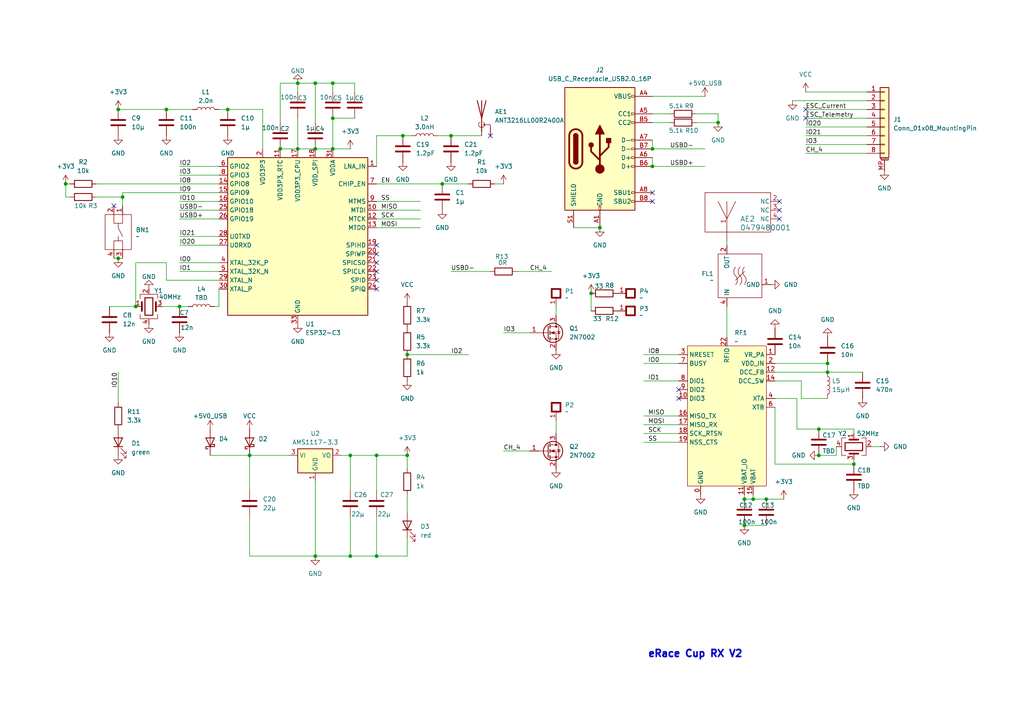
<source format=kicad_sch>
(kicad_sch (version 20231120) (generator "eeschema") (generator_version "8.0")
  (paper "A4")
  (lib_symbols
    (symbol "Connector:USB_C_Receptacle_USB2.0_16P" (pin_names (offset 1.016))
      (property "Reference" "J" (at 0 22.225 0))
      (property "Value" "USB_C_Receptacle_USB2.0_16P" (at 0 19.685 0))
      (symbol "USB_C_Receptacle_USB2.0_16P_1_1"
        (pin passive line (at 0 -22.86 90) (length 5.08) (name "GND") (number "A1"))
        (pin passive line (at 0 -22.86 90) (length 5.08) hide (name "GND") (number "A12"))
        (pin passive line (at 15.24 15.24 180) (length 5.08) (name "VBUS") (number "A4"))
        (pin bidirectional line (at 15.24 10.16 180) (length 5.08) (name "CC1") (number "A5"))
        (pin bidirectional line (at 15.24 -2.54 180) (length 5.08) (name "D+") (number "A6"))
        (pin bidirectional line (at 15.24 2.54 180) (length 5.08) (name "D-") (number "A7"))
        (pin bidirectional line (at 15.24 -12.7 180) (length 5.08) (name "SBU1") (number "A8"))
        (pin passive line (at 15.24 15.24 180) (length 5.08) hide (name "VBUS") (number "A9"))
        (pin passive line (at 0 -22.86 90) (length 5.08) hide (name "GND") (number "B1"))
        (pin passive line (at 0 -22.86 90) (length 5.08) hide (name "GND") (number "B12"))
        (pin passive line (at 15.24 15.24 180) (length 5.08) hide (name "VBUS") (number "B4"))
        (pin bidirectional line (at 15.24 7.62 180) (length 5.08) (name "CC2") (number "B5"))
        (pin bidirectional line (at 15.24 -5.08 180) (length 5.08) (name "D+") (number "B6"))
        (pin bidirectional line (at 15.24 0 180) (length 5.08) (name "D-") (number "B7"))
        (pin bidirectional line (at 15.24 -15.24 180) (length 5.08) (name "SBU2") (number "B8"))
        (pin passive line (at 15.24 15.24 180) (length 5.08) hide (name "VBUS") (number "B9"))
        (pin passive line (at -7.62 -22.86 90) (length 5.08) (name "SHIELD") (number "S1"))
      )
    )
    (symbol "Connector_Generic_MountingPin:Conn_01x08_MountingPin" (pin_names (offset 1.016) hide)
      (property "Reference" "J" (at 0 10.16 0))
      (property "Value" "Conn_01x08_MountingPin" (at 1.27 -12.7 0))
      (symbol "Conn_01x08_MountingPin_1_1"
        (text "Mounting" (at 0 -11.811 0) (effects (font (size 0.381 0.381))))
        (pin passive line (at -5.08 7.62 0) (length 3.81) (name "Pin_1") (number "1"))
        (pin passive line (at -5.08 5.08 0) (length 3.81) (name "Pin_2") (number "2"))
        (pin passive line (at -5.08 2.54 0) (length 3.81) (name "Pin_3") (number "3"))
        (pin passive line (at -5.08 0 0) (length 3.81) (name "Pin_4") (number "4"))
        (pin passive line (at -5.08 -2.54 0) (length 3.81) (name "Pin_5") (number "5"))
        (pin passive line (at -5.08 -5.08 0) (length 3.81) (name "Pin_6") (number "6"))
        (pin passive line (at -5.08 -7.62 0) (length 3.81) (name "Pin_7") (number "7"))
        (pin passive line (at -5.08 -10.16 0) (length 3.81) (name "Pin_8") (number "8"))
        (pin passive line (at 0 -15.24 90) (length 3.048) (name "MountPin") (number "MP"))
      )
    )
    (symbol "Device:Antenna_Shield" (pin_numbers hide) (pin_names (offset 1.016) hide)
      (property "Reference" "AE" (at -1.905 4.445 0))
      (property "Value" "Antenna_Shield" (at -1.905 2.54 0))
      (symbol "Antenna_Shield_1_1"
        (pin input line (at 0 -5.08 90) (length 2.54) (name "A") (number "1"))
        (pin input line (at 2.54 -5.08 90) (length 2.54) (name "Shield") (number "2"))
      )
    )
    (symbol "Device:C" (pin_numbers hide) (pin_names (offset 0.254))
      (property "Reference" "C" (at 0.635 2.54 0))
      (property "Value" "C" (at 0.635 -2.54 0))
      (symbol "C_1_1"
        (pin passive line (at 0 3.81 270) (length 2.794) (name "~") (number "1"))
        (pin passive line (at 0 -3.81 90) (length 2.794) (name "~") (number "2"))
      )
    )
    (symbol "Device:Crystal_GND24" (pin_names (offset 1.016) hide)
      (property "Reference" "Y" (at 3.175 5.08 0))
      (property "Value" "Crystal_GND24" (at 3.175 3.175 0))
      (symbol "Crystal_GND24_1_1"
        (pin passive line (at -3.81 0 0) (length 1.27) (name "1") (number "1"))
        (pin passive line (at 0 5.08 270) (length 1.27) (name "2") (number "2"))
        (pin passive line (at 3.81 0 180) (length 1.27) (name "3") (number "3"))
        (pin passive line (at 0 -5.08 90) (length 1.27) (name "4") (number "4"))
      )
    )
    (symbol "Device:D_Schottky" (pin_numbers hide) (pin_names (offset 1.016) hide)
      (property "Reference" "D" (at 0 2.54 0))
      (property "Value" "D_Schottky" (at 0 -2.54 0))
      (symbol "D_Schottky_1_1"
        (pin passive line (at -3.81 0 0) (length 2.54) (name "K") (number "1"))
        (pin passive line (at 3.81 0 180) (length 2.54) (name "A") (number "2"))
      )
    )
    (symbol "Device:L" (pin_numbers hide) (pin_names (offset 1.016) hide)
      (property "Reference" "L" (at -1.27 0 90))
      (property "Value" "L" (at 1.905 0 90))
      (symbol "L_1_1"
        (pin passive line (at 0 3.81 270) (length 1.27) (name "1") (number "1"))
        (pin passive line (at 0 -3.81 90) (length 1.27) (name "2") (number "2"))
      )
    )
    (symbol "Device:LED" (pin_numbers hide) (pin_names (offset 1.016) hide)
      (property "Reference" "D" (at 0 2.54 0))
      (property "Value" "LED" (at 0 -2.54 0))
      (symbol "LED_1_1"
        (pin passive line (at -3.81 0 0) (length 2.54) (name "K") (number "1"))
        (pin passive line (at 3.81 0 180) (length 2.54) (name "A") (number "2"))
      )
    )
    (symbol "Device:R" (pin_numbers hide) (pin_names (offset 0))
      (property "Reference" "R" (at 2.032 0 90))
      (property "Value" "R" (at 0 0 90))
      (symbol "R_1_1"
        (pin passive line (at 0 3.81 270) (length 1.27) (name "~") (number "1"))
        (pin passive line (at 0 -3.81 90) (length 1.27) (name "~") (number "2"))
      )
    )
    (symbol "MCU_Espressif:ESP32-C3"
      (property "Reference" "U1" (at 2.1941 -25.4 0))
      (property "Value" "ESP32-C3" (at 2.1941 -27.94 0))
      (symbol "ESP32-C3_1_1"
        (pin bidirectional line (at 22.86 20.32 180) (length 2.54) (name "LNA_IN") (number "1"))
        (pin bidirectional line (at 22.86 7.62 180) (length 2.54) (name "MTDI") (number "10"))
        (pin power_in line (at -5.08 25.4 270) (length 2.54) (name "VDD3P3_RTC") (number "11"))
        (pin bidirectional line (at 22.86 5.08 180) (length 2.54) (name "MTCK") (number "12"))
        (pin bidirectional line (at 22.86 2.54 180) (length 2.54) (name "MTDO") (number "13"))
        (pin bidirectional line (at -22.86 15.24 0) (length 2.54) (name "GPIO8") (number "14"))
        (pin bidirectional line (at -22.86 12.7 0) (length 2.54) (name "GPIO9") (number "15"))
        (pin bidirectional line (at -22.86 10.16 0) (length 2.54) (name "GPIO10") (number "16"))
        (pin power_in line (at 0 25.4 270) (length 2.54) (name "VDD3P3_CPU") (number "17"))
        (pin power_out line (at 5.08 25.4 270) (length 2.54) (name "VDD_SPI") (number "18"))
        (pin bidirectional line (at 22.86 -2.54 180) (length 2.54) (name "SPIHD") (number "19"))
        (pin power_in line (at -10.16 25.4 270) (length 2.54) (name "VDD3P3") (number "2"))
        (pin bidirectional line (at 22.86 -5.08 180) (length 2.54) (name "SPIWP") (number "20"))
        (pin bidirectional line (at 22.86 -7.62 180) (length 2.54) (name "SPICS0") (number "21"))
        (pin bidirectional line (at 22.86 -10.16 180) (length 2.54) (name "SPICLK") (number "22"))
        (pin bidirectional line (at 22.86 -12.7 180) (length 2.54) (name "SPID") (number "23"))
        (pin bidirectional line (at 22.86 -15.24 180) (length 2.54) (name "SPIQ") (number "24"))
        (pin bidirectional line (at -22.86 7.62 0) (length 2.54) (name "GPIO18") (number "25"))
        (pin bidirectional line (at -22.86 5.08 0) (length 2.54) (name "GPIO19") (number "26"))
        (pin bidirectional line (at -22.86 -2.54 0) (length 2.54) (name "U0RXD") (number "27"))
        (pin bidirectional line (at -22.86 0 0) (length 2.54) (name "U0TXD") (number "28"))
        (pin bidirectional line (at -22.86 -12.7 0) (length 2.54) (name "XTAL_N") (number "29"))
        (pin power_in line (at -10.16 25.4 270) (length 2.54) hide (name "VDD3P3") (number "3"))
        (pin bidirectional line (at -22.86 -15.24 0) (length 2.54) (name "XTAL_P") (number "30"))
        (pin power_in line (at 10.16 25.4 270) (length 2.54) (name "VDDA") (number "31"))
        (pin passive line (at 10.16 25.4 270) (length 2.54) hide (name "VDDA") (number "32"))
        (pin power_in line (at 0 -25.4 90) (length 2.54) (name "GND") (number "33"))
        (pin bidirectional line (at -22.86 -7.62 0) (length 2.54) (name "XTAL_32K_P") (number "4"))
        (pin bidirectional line (at -22.86 -10.16 0) (length 2.54) (name "XTAL_32K_N") (number "5"))
        (pin bidirectional line (at -22.86 20.32 0) (length 2.54) (name "GPIO2") (number "6"))
        (pin bidirectional line (at 22.86 15.24 180) (length 2.54) (name "CHIP_EN") (number "7"))
        (pin bidirectional line (at -22.86 17.78 0) (length 2.54) (name "GPIO3") (number "8"))
        (pin bidirectional line (at 22.86 10.16 180) (length 2.54) (name "MTMS") (number "9"))
      )
    )
    (symbol "Regulator_Linear:AMS1117-3.3"
      (property "Reference" "U" (at -3.81 3.175 0))
      (property "Value" "AMS1117-3.3" (at 0 3.175 0))
      (symbol "AMS1117-3.3_1_1"
        (pin power_in line (at 0 -7.62 90) (length 2.54) (name "GND") (number "1"))
        (pin power_out line (at 7.62 0 180) (length 2.54) (name "VO") (number "2"))
        (pin power_in line (at -7.62 0 0) (length 2.54) (name "VI") (number "3"))
      )
    )
    (symbol "Transistor_FET:2N7002" (pin_names hide)
      (property "Reference" "Q" (at 5.08 1.905 0))
      (property "Value" "2N7002" (at 5.08 0 0))
      (symbol "2N7002_1_1"
        (pin input line (at -5.08 0 0) (length 2.54) (name "G") (number "1"))
        (pin passive line (at 2.54 -5.08 90) (length 2.54) (name "S") (number "2"))
        (pin passive line (at 2.54 5.08 270) (length 2.54) (name "D") (number "3"))
      )
    )
    (symbol "components:0479480001" (pin_names (offset 0.254))
      (property "Reference" "AE" (at -4.572 12.7 0))
      (property "Value" "0479480001" (at 8.382 12.954 0))
      (symbol "0479480001_1_1"
        (pin unspecified line (at 0 -2.54 90) (length 11.43) (name "") (number "1"))
        (pin passive line (at 15.24 8.89 180) (length 2.54) (name "NC") (number "2"))
        (pin passive line (at 15.24 6.35 180) (length 2.54) (name "NC") (number "3"))
        (pin passive line (at 15.24 3.81 180) (length 2.54) (name "NC") (number "4"))
      )
    )
    (symbol "components:Button"
      (property "Reference" "BN" (at -4.064 4.826 0))
      (symbol "Button_1_1"
        (pin passive line (at -7.62 1.27 0) (length 2.54) (name "") (number "1"))
        (pin passive line (at -7.62 -1.27 0) (length 2.54) (name "") (number "2"))
        (pin passive line (at 7.62 1.27 180) (length 2.54) (name "") (number "3"))
        (pin passive line (at 7.62 -1.27 180) (length 2.54) (name "") (number "4"))
      )
    )
    (symbol "components:RF_Filter"
      (property "Reference" "FL" (at -4.826 7.62 0))
      (symbol "RF_Filter_1_1"
        (pin power_in line (at -2.54 -8.89 90) (length 2.54) (name "GND") (number "1"))
        (pin bidirectional line (at 8.89 3.81 180) (length 2.54) (name "OUT") (number "2"))
        (pin power_in line (at -2.54 -8.89 90) (length 2.54) hide (name "GND") (number "3"))
        (pin bidirectional line (at -8.89 3.81 0) (length 2.54) (name "IN") (number "4"))
      )
    )
    (symbol "components:SX1280"
      (property "Reference" "RF" (at 0 0 0))
      (symbol "SX1280_1_1"
        (pin power_in line (at -7.62 -22.86 90) (length 2.54) (name "GND") (number "0"))
        (pin power_in line (at 13.97 17.78 180) (length 2.54) (name "VR_PA") (number "1"))
        (pin bidirectional line (at -13.97 5.08 0) (length 2.54) (name "DIO3") (number "10"))
        (pin power_in line (at 5.08 -22.86 90) (length 2.54) (name "VBAT_IO") (number "11"))
        (pin power_out line (at 13.97 12.7 180) (length 2.54) (name "DCC_FB") (number "12"))
        (pin power_in line (at -7.62 -22.86 90) (length 2.54) hide (name "GND") (number "13"))
        (pin power_out line (at 13.97 10.16 180) (length 2.54) (name "DCC_SW") (number "14"))
        (pin power_in line (at 7.62 -22.86 90) (length 2.54) (name "VBAT") (number "15"))
        (pin tri_state line (at -13.97 0 0) (length 2.54) (name "MISO_TX") (number "16"))
        (pin input line (at -13.97 -2.54 0) (length 2.54) (name "MISO_RX") (number "17"))
        (pin input line (at -13.97 -5.08 0) (length 2.54) (name "SCK_RTSN") (number "18"))
        (pin input line (at -13.97 -7.62 0) (length 2.54) (name "NSS_CTS") (number "19"))
        (pin power_in line (at 13.97 15.24 180) (length 2.54) (name "VDD_IN") (number "2"))
        (pin power_in line (at -7.62 -22.86 90) (length 2.54) hide (name "GND") (number "20"))
        (pin power_in line (at -7.62 -22.86 90) (length 2.54) hide (name "GND") (number "21"))
        (pin bidirectional line (at 0 22.86 270) (length 2.54) (name "RFIO") (number "22"))
        (pin power_in line (at -7.62 -22.86 90) (length 2.54) hide (name "GND") (number "23"))
        (pin power_in line (at -7.62 -22.86 90) (length 2.54) hide (name "GND") (number "24"))
        (pin input line (at -13.97 17.78 0) (length 2.54) (name "NRESET") (number "3"))
        (pin input line (at 13.97 5.08 180) (length 2.54) (name "XTA") (number "4"))
        (pin power_in line (at -7.62 -22.86 90) (length 2.54) hide (name "GND") (number "5"))
        (pin output line (at 13.97 2.54 180) (length 2.54) (name "XTB") (number "6"))
        (pin output line (at -13.97 15.24 0) (length 2.54) (name "BUSY") (number "7"))
        (pin bidirectional line (at -13.97 10.16 0) (length 2.54) (name "DIO1") (number "8"))
        (pin bidirectional line (at -13.97 7.62 0) (length 2.54) (name "DIO2") (number "9"))
      )
    )
    (symbol "components:Solder_Pad"
      (property "Reference" "P" (at 1.778 2.54 0))
      (symbol "Solder_Pad_1_1"
        (pin unspecified line (at -2.54 0 0) (length 2.54) (name "") (number "1"))
      )
    )
    (symbol "power:+1V0" (power) (pin_numbers hide) (pin_names (offset 0) hide)
      (property "Value" "+1V0" (at 0 3.556 0))
      (symbol "+1V0_1_1"
        (pin power_in line (at 0 0 90) (length 0) (name "~") (number "1"))
      )
    )
    (symbol "power:+3V3" (power) (pin_numbers hide) (pin_names (offset 0) hide)
      (property "Value" "+3V3" (at 0 3.556 0))
      (symbol "+3V3_1_1"
        (pin power_in line (at 0 0 90) (length 0) (name "~") (number "1"))
      )
    )
    (symbol "power:GND" (power) (pin_numbers hide) (pin_names (offset 0) hide)
      (property "Value" "GND" (at 0 -3.81 0))
      (symbol "GND_1_1"
        (pin power_in line (at 0 0 270) (length 0) (name "~") (number "1"))
      )
    )
    (symbol "power:VCC" (power) (pin_numbers hide) (pin_names (offset 0) hide)
      (property "Value" "VCC" (at 0 3.556 0))
      (symbol "VCC_1_1"
        (pin power_in line (at 0 0 90) (length 0) (name "~") (number "1"))
      )
    )
  )
  (junction (at 218.44 144.78))
  (junction (at 66.04 31.75))
  (junction (at 52.07 88.9))
  (junction (at 35.56 57.15))
  (junction (at 215.9 152.4))
  (junction (at 109.22 132.08))
  (junction (at 118.11 102.87))
  (junction (at 118.11 132.08))
  (junction (at 39.37 88.9))
  (junction (at 81.28 43.18))
  (junction (at 48.26 31.75))
  (junction (at 91.44 161.29))
  (junction (at 91.44 24.13))
  (junction (at 208.28 35.56))
  (junction (at 173.99 66.04))
  (junction (at 128.27 53.34))
  (junction (at 96.52 34.29))
  (junction (at 109.22 161.29))
  (junction (at 101.6 161.29))
  (junction (at 91.44 43.18))
  (junction (at 96.52 24.13))
  (junction (at 19.05 53.34))
  (junction (at 247.65 134.62))
  (junction (at 171.45 85.09))
  (junction (at 34.29 31.75))
  (junction (at 215.9 144.78))
  (junction (at 240.03 105.41))
  (junction (at 72.39 132.08))
  (junction (at 101.6 132.08))
  (junction (at 189.23 48.26))
  (junction (at 130.81 39.37))
  (junction (at 96.52 43.18))
  (junction (at 237.49 132.08))
  (junction (at 237.49 124.46))
  (junction (at 86.36 43.18))
  (junction (at 34.29 74.93))
  (junction (at 86.36 24.13))
  (junction (at 222.25 144.78))
  (junction (at 189.23 43.18))
  (junction (at 240.03 107.95))
  (junction (at 116.84 39.37))
  (no_connect (at 226.06 63.5))
  (no_connect (at 109.22 76.2))
  (no_connect (at 109.22 78.74))
  (no_connect (at 189.23 58.42))
  (no_connect (at 142.24 39.37))
  (no_connect (at 233.68 34.29))
  (no_connect (at 33.02 59.69))
  (no_connect (at 109.22 83.82))
  (no_connect (at 196.85 113.03))
  (no_connect (at 109.22 71.12))
  (no_connect (at 233.68 31.75))
  (no_connect (at 226.06 58.42))
  (no_connect (at 226.06 60.96))
  (no_connect (at 189.23 55.88))
  (no_connect (at 109.22 73.66))
  (no_connect (at 196.85 115.57))
  (no_connect (at 109.22 81.28))
  (wire (pts (xy 96.52 43.18) (xy 101.6 43.18)))
  (wire (pts (xy 118.11 143.51) (xy 118.11 148.59)))
  (wire (pts (xy 109.22 161.29) (xy 118.11 161.29)))
  (wire (pts (xy 39.37 76.2) (xy 48.26 76.2)))
  (wire (pts (xy 189.23 45.72) (xy 189.23 48.26)))
  (wire (pts (xy 52.07 76.2) (xy 63.5 76.2)))
  (wire (pts (xy 189.23 35.56) (xy 194.31 35.56)))
  (wire (pts (xy 171.45 85.09) (xy 171.45 90.17)))
  (wire (pts (xy 189.23 40.64) (xy 189.23 43.18)))
  (wire (pts (xy 52.07 58.42) (xy 63.5 58.42)))
  (wire (pts (xy 215.9 152.4) (xy 222.25 152.4)))
  (wire (pts (xy 101.6 132.08) (xy 109.22 132.08)))
  (wire (pts (xy 63.5 88.9) (xy 63.5 83.82)))
  (wire (pts (xy 233.68 26.67) (xy 251.46 26.67)))
  (wire (pts (xy 52.07 63.5) (xy 63.5 63.5)))
  (wire (pts (xy 101.6 132.08) (xy 101.6 142.24)))
  (wire (pts (xy 231.14 115.57) (xy 224.79 115.57)))
  (wire (pts (xy 242.57 132.08) (xy 237.49 132.08)))
  (wire (pts (xy 91.44 139.7) (xy 91.44 161.29)))
  (wire (pts (xy 19.05 53.34) (xy 20.32 53.34)))
  (wire (pts (xy 215.9 144.78) (xy 218.44 144.78)))
  (wire (pts (xy 48.26 81.28) (xy 63.5 81.28)))
  (wire (pts (xy 242.57 129.54) (xy 242.57 132.08)))
  (wire (pts (xy 86.36 24.13) (xy 86.36 26.67)))
  (wire (pts (xy 210.82 88.9) (xy 210.82 97.79)))
  (wire (pts (xy 201.93 33.02) (xy 208.28 33.02)))
  (wire (pts (xy 240.03 105.41) (xy 240.03 107.95)))
  (wire (pts (xy 102.87 24.13) (xy 102.87 26.67)))
  (wire (pts (xy 201.93 35.56) (xy 208.28 35.56)))
  (wire (pts (xy 96.52 34.29) (xy 96.52 43.18)))
  (wire (pts (xy 109.22 132.08) (xy 118.11 132.08)))
  (wire (pts (xy 233.68 44.45) (xy 251.46 44.45)))
  (wire (pts (xy 186.69 102.87) (xy 196.85 102.87)))
  (wire (pts (xy 86.36 24.13) (xy 91.44 24.13)))
  (wire (pts (xy 72.39 132.08) (xy 72.39 142.24)))
  (wire (pts (xy 52.07 60.96) (xy 63.5 60.96)))
  (wire (pts (xy 96.52 34.29) (xy 102.87 34.29)))
  (wire (pts (xy 130.81 78.74) (xy 142.24 78.74)))
  (wire (pts (xy 128.27 53.34) (xy 135.89 53.34)))
  (wire (pts (xy 34.29 107.95) (xy 34.29 116.84)))
  (wire (pts (xy 161.29 121.92) (xy 161.29 125.73)))
  (wire (pts (xy 146.05 130.81) (xy 153.67 130.81)))
  (wire (pts (xy 224.79 107.95) (xy 240.03 107.95)))
  (wire (pts (xy 118.11 132.08) (xy 118.11 135.89)))
  (wire (pts (xy 233.68 39.37) (xy 251.46 39.37)))
  (wire (pts (xy 81.28 43.18) (xy 86.36 43.18)))
  (wire (pts (xy 52.07 50.8) (xy 63.5 50.8)))
  (wire (pts (xy 186.69 110.49) (xy 196.85 110.49)))
  (wire (pts (xy 52.07 88.9) (xy 54.61 88.9)))
  (wire (pts (xy 81.28 24.13) (xy 81.28 35.56)))
  (wire (pts (xy 109.22 60.96) (xy 121.92 60.96)))
  (wire (pts (xy 109.22 149.86) (xy 109.22 161.29)))
  (wire (pts (xy 130.81 39.37) (xy 139.7 39.37)))
  (wire (pts (xy 237.49 124.46) (xy 231.14 124.46)))
  (wire (pts (xy 109.22 39.37) (xy 116.84 39.37)))
  (wire (pts (xy 91.44 43.18) (xy 96.52 43.18)))
  (wire (pts (xy 52.07 78.74) (xy 63.5 78.74)))
  (wire (pts (xy 247.65 124.46) (xy 237.49 124.46)))
  (wire (pts (xy 189.23 27.94) (xy 204.47 27.94)))
  (wire (pts (xy 149.86 78.74) (xy 160.02 78.74)))
  (wire (pts (xy 33.02 74.93) (xy 34.29 74.93)))
  (wire (pts (xy 231.14 124.46) (xy 231.14 115.57)))
  (wire (pts (xy 109.22 48.26) (xy 109.22 39.37)))
  (wire (pts (xy 96.52 24.13) (xy 102.87 24.13)))
  (wire (pts (xy 72.39 161.29) (xy 91.44 161.29)))
  (wire (pts (xy 48.26 76.2) (xy 48.26 81.28)))
  (wire (pts (xy 72.39 149.86) (xy 72.39 161.29)))
  (wire (pts (xy 224.79 118.11) (xy 224.79 134.62)))
  (wire (pts (xy 224.79 110.49) (xy 232.41 110.49)))
  (wire (pts (xy 52.07 68.58) (xy 63.5 68.58)))
  (wire (pts (xy 186.69 123.19) (xy 196.85 123.19)))
  (wire (pts (xy 34.29 31.75) (xy 48.26 31.75)))
  (wire (pts (xy 232.41 110.49) (xy 232.41 115.57)))
  (wire (pts (xy 39.37 88.9) (xy 39.37 76.2)))
  (wire (pts (xy 146.05 96.52) (xy 153.67 96.52)))
  (wire (pts (xy 91.44 24.13) (xy 91.44 35.56)))
  (wire (pts (xy 233.68 31.75) (xy 251.46 31.75)))
  (wire (pts (xy 20.32 57.15) (xy 19.05 57.15)))
  (wire (pts (xy 60.96 132.08) (xy 72.39 132.08)))
  (wire (pts (xy 27.94 53.34) (xy 63.5 53.34)))
  (wire (pts (xy 35.56 57.15) (xy 35.56 59.69)))
  (wire (pts (xy 208.28 33.02) (xy 208.28 35.56)))
  (wire (pts (xy 189.23 48.26) (xy 204.47 48.26)))
  (wire (pts (xy 35.56 55.88) (xy 35.56 57.15)))
  (wire (pts (xy 240.03 107.95) (xy 250.19 107.95)))
  (wire (pts (xy 224.79 134.62) (xy 247.65 134.62)))
  (wire (pts (xy 232.41 115.57) (xy 240.03 115.57)))
  (wire (pts (xy 118.11 156.21) (xy 118.11 161.29)))
  (wire (pts (xy 109.22 66.04) (xy 121.92 66.04)))
  (wire (pts (xy 118.11 102.87) (xy 135.89 102.87)))
  (wire (pts (xy 96.52 24.13) (xy 96.52 26.67)))
  (wire (pts (xy 227.33 144.78) (xy 222.25 144.78)))
  (wire (pts (xy 218.44 143.51) (xy 218.44 144.78)))
  (wire (pts (xy 189.23 43.18) (xy 204.47 43.18)))
  (wire (pts (xy 186.69 125.73) (xy 196.85 125.73)))
  (wire (pts (xy 62.23 88.9) (xy 63.5 88.9)))
  (wire (pts (xy 35.56 57.15) (xy 27.94 57.15)))
  (wire (pts (xy 81.28 24.13) (xy 86.36 24.13)))
  (wire (pts (xy 127 39.37) (xy 130.81 39.37)))
  (wire (pts (xy 19.05 57.15) (xy 19.05 53.34)))
  (wire (pts (xy 210.82 71.12) (xy 210.82 69.85)))
  (wire (pts (xy 218.44 144.78) (xy 222.25 144.78)))
  (wire (pts (xy 186.69 120.65) (xy 196.85 120.65)))
  (wire (pts (xy 252.73 129.54) (xy 255.27 129.54)))
  (wire (pts (xy 46.99 88.9) (xy 52.07 88.9)))
  (wire (pts (xy 63.5 31.75) (xy 66.04 31.75)))
  (wire (pts (xy 52.07 48.26) (xy 63.5 48.26)))
  (wire (pts (xy 109.22 58.42) (xy 121.92 58.42)))
  (wire (pts (xy 189.23 33.02) (xy 194.31 33.02)))
  (wire (pts (xy 66.04 31.75) (xy 76.2 31.75)))
  (wire (pts (xy 146.05 53.34) (xy 143.51 53.34)))
  (wire (pts (xy 215.9 144.78) (xy 215.9 143.51)))
  (wire (pts (xy 229.87 29.21) (xy 251.46 29.21)))
  (wire (pts (xy 101.6 149.86) (xy 101.6 161.29)))
  (wire (pts (xy 34.29 74.93) (xy 35.56 74.93)))
  (wire (pts (xy 173.99 66.04) (xy 166.37 66.04)))
  (wire (pts (xy 99.06 132.08) (xy 101.6 132.08)))
  (wire (pts (xy 52.07 71.12) (xy 63.5 71.12)))
  (wire (pts (xy 233.68 36.83) (xy 251.46 36.83)))
  (wire (pts (xy 86.36 34.29) (xy 86.36 43.18)))
  (wire (pts (xy 186.69 105.41) (xy 196.85 105.41)))
  (wire (pts (xy 109.22 132.08) (xy 109.22 142.24)))
  (wire (pts (xy 233.68 34.29) (xy 251.46 34.29)))
  (wire (pts (xy 91.44 161.29) (xy 101.6 161.29)))
  (wire (pts (xy 109.22 53.34) (xy 128.27 53.34)))
  (wire (pts (xy 186.69 128.27) (xy 196.85 128.27)))
  (wire (pts (xy 233.68 41.91) (xy 251.46 41.91)))
  (wire (pts (xy 48.26 31.75) (xy 55.88 31.75)))
  (wire (pts (xy 91.44 24.13) (xy 96.52 24.13)))
  (wire (pts (xy 35.56 55.88) (xy 63.5 55.88)))
  (wire (pts (xy 31.75 88.9) (xy 39.37 88.9)))
  (wire (pts (xy 72.39 132.08) (xy 83.82 132.08)))
  (wire (pts (xy 101.6 161.29) (xy 109.22 161.29)))
  (wire (pts (xy 240.03 105.41) (xy 224.79 105.41)))
  (wire (pts (xy 109.22 63.5) (xy 121.92 63.5)))
  (wire (pts (xy 247.65 124.46) (xy 247.65 125.73)))
  (wire (pts (xy 86.36 43.18) (xy 91.44 43.18)))
  (wire (pts (xy 76.2 31.75) (xy 76.2 43.18)))
  (wire (pts (xy 161.29 88.9) (xy 161.29 91.44)))
  (wire (pts (xy 116.84 39.37) (xy 119.38 39.37)))
  (wire (pts (xy 247.65 133.35) (xy 247.65 134.62)))
  (text "eRace Cup RX V2" (at 201.676 189.738 0) (effects (font (size 2.032 2.032) (thickness 0.4572) (bold yes))))
  (label "IO1" (at 52.07 78.74 0))
  (label "IO21" (at 233.68 39.37 0))
  (label "IO0" (at 187.96 105.41 0))
  (label "IO20" (at 52.07 71.12 0))
  (label "USBD+" (at 52.07 63.5 0))
  (label "IO8" (at 187.96 102.87 0))
  (label "IO1" (at 187.96 110.49 0))
  (label "USBD-" (at 194.31 43.18 0))
  (label "CH_4" (at 153.67 78.74 0))
  (label "ESC_Telemetry" (at 233.68 34.29 0))
  (label "MOSI" (at 110.49 66.04 0))
  (label "IO10" (at 52.07 58.42 0))
  (label "IO3" (at 233.68 41.91 0))
  (label "SCK" (at 110.49 63.5 0))
  (label "USBD-" (at 130.81 78.74 0))
  (label "MISO" (at 110.49 60.96 0))
  (label "IO20" (at 233.68 36.83 0))
  (label "ESC_Current" (at 233.68 31.75 0))
  (label "SS" (at 187.96 128.27 0))
  (label "CH_4" (at 146.05 130.81 0))
  (label "SS" (at 110.49 58.42 0))
  (label "IO3" (at 146.05 96.52 0))
  (label "IO2" (at 130.81 102.87 0))
  (label "EN" (at 110.49 53.34 0))
  (label "CH_4" (at 233.68 44.45 0))
  (label "SCK" (at 187.96 125.73 0))
  (label "IO21" (at 52.07 68.58 0))
  (label "USBD-" (at 52.07 60.96 0))
  (label "IO0" (at 52.07 76.2 0))
  (label "MISO" (at 187.96 120.65 0))
  (label "IO9" (at 52.07 55.88 0))
  (label "IO10" (at 34.29 107.95 270))
  (label "USBD+" (at 194.31 48.26 0))
  (label "IO3" (at 52.07 50.8 0))
  (label "MOSI" (at 187.96 123.19 0))
  (label "IO8" (at 52.07 53.34 0))
  (label "IO2" (at 52.07 48.26 0))
  (symbol (lib_id "Device:R") (at 198.12 33.02 270) (unit 1)
    (property "Reference" "R9" (at 199.898 30.734 90))
    (property "Value" "5.1k" (at 196.088 30.734 90))
    (property "Footprint" "Resistor_SMD:R_0402_1005Metric" (effects (hide yes)))
    (property "Description" "Resistor" (effects (hide yes)))
  )
  (symbol (lib_id "power:GND") (at 203.2 143.51 0) (unit 1)
    (property "Reference" "#PWR022" (effects (hide yes)))
    (property "Value" "GND" (at 203.2 148.59 0))
    (property "Description" "Power symbol creates a global label with name \"GND\" , ground" (effects (hide yes)))
  )
  (symbol (lib_id "Device:L") (at 240.03 111.76 0) (unit 1)
    (property "Reference" "L5" (at 241.3 110.4899 0) (effects (justify left)))
    (property "Value" "15µH" (at 241.3 113.0299 0) (effects (justify left)))
    (property "Footprint" "Inductor_SMD:L_0603_1608Metric" (effects (hide yes)))
    (property "Description" "Inductor" (effects (hide yes)))
  )
  (symbol (lib_id "Device:LED") (at 118.11 152.4 90) (unit 1)
    (property "Reference" "D3" (at 121.92 152.7174 90) (effects (justify right)))
    (property "Value" "red" (at 121.92 155.2574 90) (effects (justify right)))
    (property "Footprint" "LED_SMD:LED_0402_1005Metric" (effects (hide yes)))
    (property "Description" "Light emitting diode" (effects (hide yes)))
  )
  (symbol (lib_id "power:GND") (at 255.27 129.54 90) (unit 1)
    (property "Reference" "#PWR027" (effects (hide yes)))
    (property "Value" "GND" (at 259.08 129.5399 90) (effects (justify right)))
    (property "Description" "Power symbol creates a global label with name \"GND\" , ground" (effects (hide yes)))
  )
  (symbol (lib_id "power:GND") (at 237.49 132.08 270) (unit 1)
    (property "Reference" "#PWR028" (effects (hide yes)))
    (property "Value" "GND" (at 233.68 132.0799 90) (effects (justify right)))
    (property "Description" "Power symbol creates a global label with name \"GND\" , ground" (effects (hide yes)))
  )
  (symbol (lib_id "Device:R") (at 139.7 53.34 90) (unit 1)
    (property "Reference" "R1" (at 139.7 46.99 90))
    (property "Value" "10k" (at 139.7 49.53 90))
    (property "Footprint" "Resistor_SMD:R_0402_1005Metric" (effects (hide yes)))
    (property "Description" "Resistor" (effects (hide yes)))
  )
  (symbol (lib_id "power:GND") (at 43.18 83.82 180) (unit 1)
    (property "Reference" "#PWR02" (effects (hide yes)))
    (property "Value" "GND" (at 43.18 80.264 0))
    (property "Description" "Power symbol creates a global label with name \"GND\" , ground" (effects (hide yes)))
  )
  (symbol (lib_id "components:Solder_Pad") (at 161.29 119.38 90) (unit 1)
    (property "Reference" "P2" (at 163.83 117.4749 90) (effects (justify right)))
    (property "Value" "~" (at 163.83 119.38 90) (effects (justify right)))
    (property "Footprint" "components:Solder Pad" (effects (hide yes)))
  )
  (symbol (lib_id "components:Solder_Pad") (at 181.61 85.09 0) (unit 1)
    (property "Reference" "P4" (at 185.42 84.4549 0) (effects (justify left)))
    (property "Value" "~" (at 185.42 86.36 0) (effects (justify left)))
    (property "Footprint" "components:Solder Pad" (effects (hide yes)))
  )
  (symbol (lib_id "Device:C") (at 31.75 92.71 0) (unit 1)
    (property "Reference" "C8" (at 35.56 91.4399 0) (effects (justify left)))
    (property "Value" "12n" (at 35.56 93.9799 0) (effects (justify left)))
    (property "Footprint" "Capacitor_SMD:C_0402_1005Metric" (effects (hide yes)))
    (property "Description" "Unpolarized capacitor" (effects (hide yes)))
  )
  (symbol (lib_id "power:+3V3") (at 227.33 144.78 0) (unit 1)
    (property "Reference" "#PWR035" (effects (hide yes)))
    (property "Value" "+3V3" (at 227.33 139.7 0))
    (property "Description" "Power symbol creates a global label with name \"+3V3\"" (effects (hide yes)))
  )
  (symbol (lib_id "Device:C") (at 48.26 35.56 0) (unit 1)
    (property "Reference" "C11" (at 52.07 34.2899 0) (effects (justify left)))
    (property "Value" "100n" (at 52.07 36.8299 0) (effects (justify left)))
    (property "Footprint" "Capacitor_SMD:C_0402_1005Metric" (effects (hide yes)))
    (property "Description" "Unpolarized capacitor" (effects (hide yes)))
  )
  (symbol (lib_id "power:GND") (at 31.75 96.52 0) (unit 1)
    (property "Reference" "#PWR08" (effects (hide yes)))
    (property "Value" "GND" (at 31.75 101.6 0))
    (property "Description" "Power symbol creates a global label with name \"GND\" , ground" (effects (hide yes)))
  )
  (symbol (lib_id "power:+3V3") (at 19.05 53.34 0) (unit 1)
    (property "Reference" "#PWR016" (effects (hide yes)))
    (property "Value" "+3V3" (at 19.05 48.26 0))
    (property "Description" "Power symbol creates a global label with name \"+3V3\"" (effects (hide yes)))
  )
  (symbol (lib_id "power:GND") (at 247.65 142.24 0) (unit 1)
    (property "Reference" "#PWR029" (effects (hide yes)))
    (property "Value" "GND" (at 247.65 147.32 0))
    (property "Description" "Power symbol creates a global label with name \"GND\" , ground" (effects (hide yes)))
  )
  (symbol (lib_id "Transistor_FET:2N7002") (at 158.75 96.52 0) (unit 1)
    (property "Reference" "Q1" (at 165.1 95.2499 0) (effects (justify left)))
    (property "Value" "2N7002" (at 165.1 97.7899 0) (effects (justify left)))
    (property "Footprint" "Package_TO_SOT_SMD:SOT-23" (effects (hide yes)))
    (property "Datasheet" "https://www.onsemi.com/pub/Collateral/NDS7002A-D.PDF" (effects (hide yes)))
    (property "Description" "0.115A Id, 60V Vds, N-Channel MOSFET, SOT-23" (effects (hide yes)))
  )
  (symbol (lib_id "Device:R") (at 34.29 120.65 0) (unit 1)
    (property "Reference" "R11" (at 36.83 119.3799 0) (effects (justify left)))
    (property "Value" "3.3k" (at 36.83 121.9199 0) (effects (justify left)))
    (property "Footprint" "Resistor_SMD:R_0402_1005Metric" (effects (hide yes)))
    (property "Description" "Resistor" (effects (hide yes)))
  )
  (symbol (lib_id "Device:Crystal_GND24") (at 43.18 88.9 0) (unit 1)
    (property "Reference" "Y1" (at 45.974 84.328 0))
    (property "Value" "40MHz" (at 49.276 86.106 0))
    (property "Footprint" "Crystal:Crystal_SMD_3225-4Pin_3.2x2.5mm" (effects (hide yes)))
    (property "Description" "Four pin crystal, GND on pins 2 and 4" (effects (hide yes)))
  )
  (symbol (lib_id "Device:C") (at 130.81 43.18 0) (unit 1)
    (property "Reference" "C21" (at 134.62 41.9099 0) (effects (justify left)))
    (property "Value" "1.2pF" (at 134.62 44.4499 0) (effects (justify left)))
    (property "Footprint" "Capacitor_SMD:C_0402_1005Metric" (effects (hide yes)))
    (property "Description" "Unpolarized capacitor" (effects (hide yes)))
  )
  (symbol (lib_id "power:GND") (at 52.07 96.52 0) (unit 1)
    (property "Reference" "#PWR09" (effects (hide yes)))
    (property "Value" "GND" (at 52.07 101.6 0))
    (property "Description" "Power symbol creates a global label with name \"GND\" , ground" (effects (hide yes)))
  )
  (symbol (lib_id "components:Solder_Pad") (at 181.61 90.17 0) (unit 1)
    (property "Reference" "P3" (at 185.42 89.5349 0) (effects (justify left)))
    (property "Value" "~" (at 185.42 91.44 0) (effects (justify left)))
    (property "Footprint" "components:Solder Pad" (effects (hide yes)))
  )
  (symbol (lib_id "power:+1V0") (at 60.96 124.46 0) (unit 1)
    (property "Reference" "#PWR033" (effects (hide yes)))
    (property "Value" "+5V0_USB" (at 60.96 120.65 0))
    (property "Description" "Power symbol creates a global label with name \"+1V0\"" (effects (hide yes)))
  )
  (symbol (lib_id "Device:C") (at 102.87 30.48 0) (unit 1)
    (property "Reference" "C6" (at 102.87 28.448 0) (effects (justify left)))
    (property "Value" "1µ" (at 100.076 28.194 0) (effects (justify left)))
    (property "Footprint" "Capacitor_SMD:C_0402_1005Metric" (effects (hide yes)))
    (property "Description" "Unpolarized capacitor" (effects (hide yes)))
  )
  (symbol (lib_id "power:GND") (at 161.29 135.89 0) (unit 1)
    (property "Reference" "#PWR039" (effects (hide yes)))
    (property "Value" "GND" (at 161.29 140.97 0))
    (property "Description" "Power symbol creates a global label with name \"GND\" , ground" (effects (hide yes)))
  )
  (symbol (lib_id "power:GND") (at 118.11 110.49 0) (unit 1)
    (property "Reference" "#PWR037" (effects (hide yes)))
    (property "Value" "GND" (at 118.11 115.57 0))
    (property "Description" "Power symbol creates a global label with name \"GND\" , ground" (effects (hide yes)))
  )
  (symbol (lib_id "Device:C") (at 222.25 148.59 0) (unit 1)
    (property "Reference" "C13" (at 220.726 146.558 0) (effects (justify left)))
    (property "Value" "100n" (at 220.472 151.384 0) (effects (justify left)))
    (property "Footprint" "Capacitor_SMD:C_0402_1005Metric" (effects (hide yes)))
    (property "Description" "Unpolarized capacitor" (effects (hide yes)))
  )
  (symbol (lib_id "Regulator_Linear:AMS1117-3.3") (at 91.44 132.08 0) (unit 1)
    (property "Reference" "U2" (at 91.44 125.73 0))
    (property "Value" "AMS1117-3.3" (at 91.44 128.27 0))
    (property "Footprint" "Package_TO_SOT_SMD:SOT-223-3_TabPin2" (effects (hide yes)))
    (property "Datasheet" "http://www.advanced-monolithic.com/pdf/ds1117.pdf" (effects (hide yes)))
    (property "Description" "1A Low Dropout regulator, positive, 3.3V fixed output, SOT-223" (effects (hide yes)))
  )
  (symbol (lib_id "power:GND") (at 224.79 95.25 180) (unit 1)
    (property "Reference" "#PWR024" (effects (hide yes)))
    (property "Value" "GND" (at 224.79 90.17 0))
    (property "Description" "Power symbol creates a global label with name \"GND\" , ground" (effects (hide yes)))
  )
  (symbol (lib_id "components:SX1280") (at 210.82 120.65 0) (unit 1)
    (property "Reference" "RF1" (at 213.0141 96.52 0) (effects (justify left)))
    (property "Value" "~" (at 213.0141 99.06 0) (effects (justify left)))
    (property "Footprint" "components:SX128x" (effects (hide yes)))
  )
  (symbol (lib_id "power:GND") (at 43.18 93.98 0) (unit 1)
    (property "Reference" "#PWR01" (effects (hide yes)))
    (property "Value" "GND" (at 43.18 99.06 0))
    (property "Description" "Power symbol creates a global label with name \"GND\" , ground" (effects (hide yes)))
  )
  (symbol (lib_id "power:GND") (at 116.84 46.99 0) (unit 1)
    (property "Reference" "#PWR042" (effects (hide yes)))
    (property "Value" "GND" (at 116.84 52.07 0))
    (property "Description" "Power symbol creates a global label with name \"GND\" , ground" (effects (hide yes)))
  )
  (symbol (lib_id "power:GND") (at 91.44 161.29 0) (unit 1)
    (property "Reference" "#PWR032" (effects (hide yes)))
    (property "Value" "GND" (at 91.44 166.37 0))
    (property "Description" "Power symbol creates a global label with name \"GND\" , ground" (effects (hide yes)))
  )
  (symbol (lib_id "Device:C") (at 34.29 35.56 0) (unit 1)
    (property "Reference" "C9" (at 38.1 34.2899 0) (effects (justify left)))
    (property "Value" "10µ" (at 38.1 36.8299 0) (effects (justify left)))
    (property "Footprint" "Capacitor_SMD:C_0603_1608Metric" (effects (hide yes)))
    (property "Description" "Unpolarized capacitor" (effects (hide yes)))
  )
  (symbol (lib_id "power:GND") (at 48.26 39.37 0) (unit 1)
    (property "Reference" "#PWR014" (effects (hide yes)))
    (property "Value" "GND" (at 48.26 44.45 0))
    (property "Description" "Power symbol creates a global label with name \"GND\" , ground" (effects (hide yes)))
  )
  (symbol (lib_id "Device:C") (at 109.22 146.05 0) (unit 1)
    (property "Reference" "C27" (at 110.236 143.51 0) (effects (justify left)))
    (property "Value" "22µ" (at 109.474 149.098 0) (effects (justify left)))
    (property "Footprint" "Capacitor_SMD:C_0805_2012Metric" (effects (hide yes)))
    (property "Description" "Unpolarized capacitor" (effects (hide yes)))
  )
  (symbol (lib_id "power:GND") (at 215.9 152.4 0) (unit 1)
    (property "Reference" "#PWR023" (effects (hide yes)))
    (property "Value" "GND" (at 215.9 157.48 0))
    (property "Description" "Power symbol creates a global label with name \"GND\" , ground" (effects (hide yes)))
  )
  (symbol (lib_id "Connector_Generic_MountingPin:Conn_01x08_MountingPin") (at 256.54 34.29 0) (unit 1)
    (property "Reference" "J1" (at 259.08 34.6455 0) (effects (justify left)))
    (property "Value" "Conn_01x08_MountingPin" (at 259.08 37.1855 0) (effects (justify left)))
    (property "Footprint" "Connector_JST:JST_SH_SM08B-SRSS-TB_1x08-1MP_P1.00mm_Horizontal" (effects (hide yes)))
    (property "Description" "Generic connectable mounting pin connector, single row, 01x08, script generated (kicad-library-utils/schlib/autogen/connector/)" (effects (hide yes)))
  )
  (symbol (lib_id "power:+1V0") (at 204.47 27.94 0) (unit 1)
    (property "Reference" "#PWR020" (effects (hide yes)))
    (property "Value" "+5V0_USB" (at 204.47 24.13 0))
    (property "Description" "Power symbol creates a global label with name \"+1V0\"" (effects (hide yes)))
  )
  (symbol (lib_id "power:+3V3") (at 146.05 53.34 0) (unit 1)
    (property "Reference" "#PWR05" (effects (hide yes)))
    (property "Value" "+3V3" (at 146.05 48.26 0))
    (property "Description" "Power symbol creates a global label with name \"+3V3\"" (effects (hide yes)))
  )
  (symbol (lib_id "MCU_Espressif:ESP32-C3") (at 86.36 68.58 0) (unit 1)
    (property "Reference" "U1" (at 88.5541 93.98 0) (effects (justify left)))
    (property "Value" "ESP32-C3" (at 88.5541 96.52 0) (effects (justify left)))
    (property "Footprint" "Package_DFN_QFN:QFN-32-1EP_5x5mm_P0.5mm_EP3.7x3.7mm" (effects (hide yes)))
    (property "Datasheet" "https://www.espressif.com/sites/default/files/documentation/esp32-c3_datasheet_en.pdf" (effects (hide yes)))
    (property "Description" "RF Module, ESP32 SoC, RISC-V, WiFi 802.11b/n/g, Bluetooth LE 5, QFN32" (effects (hide yes)))
  )
  (symbol (lib_id "Device:C") (at 72.39 146.05 0) (unit 1)
    (property "Reference" "C20" (at 76.2 144.7799 0) (effects (justify left)))
    (property "Value" "22µ" (at 76.2 147.3199 0) (effects (justify left)))
    (property "Footprint" "Capacitor_SMD:C_0805_2012Metric" (effects (hide yes)))
    (property "Description" "Unpolarized capacitor" (effects (hide yes)))
  )
  (symbol (lib_id "Device:R") (at 118.11 139.7 0) (unit 1)
    (property "Reference" "R4" (at 120.65 138.4299 0) (effects (justify left)))
    (property "Value" "1k" (at 120.65 140.9699 0) (effects (justify left)))
    (property "Footprint" "Resistor_SMD:R_0402_1005Metric" (effects (hide yes)))
    (property "Description" "Resistor" (effects (hide yes)))
  )
  (symbol (lib_id "Device:Crystal_GND24") (at 247.65 129.54 270) (unit 1)
    (property "Reference" "Y2" (at 244.348 125.73 90))
    (property "Value" "52MHz" (at 251.714 125.73 90))
    (property "Footprint" "Crystal:Crystal_SMD_3225-4Pin_3.2x2.5mm" (effects (hide yes)))
    (property "Description" "Four pin crystal, GND on pins 2 and 4" (effects (hide yes)))
  )
  (symbol (lib_id "Device:C") (at 81.28 39.37 0) (unit 1)
    (property "Reference" "C2" (at 81.28 37.338 0) (effects (justify left)))
    (property "Value" "100n" (at 75.946 37.084 0) (effects (justify left)))
    (property "Footprint" "Capacitor_SMD:C_0402_1005Metric" (effects (hide yes)))
    (property "Description" "Unpolarized capacitor" (effects (hide yes)))
  )
  (symbol (lib_id "power:GND") (at 86.36 24.13 180) (unit 1)
    (property "Reference" "#PWR07" (effects (hide yes)))
    (property "Value" "GND" (at 86.36 20.574 0))
    (property "Description" "Power symbol creates a global label with name \"GND\" , ground" (effects (hide yes)))
  )
  (symbol (lib_id "Device:L") (at 58.42 88.9 90) (unit 1)
    (property "Reference" "L4" (at 58.42 83.82 90))
    (property "Value" "TBD" (at 58.42 86.36 90))
    (property "Footprint" "Inductor_SMD:L_0402_1005Metric" (effects (hide yes)))
    (property "Description" "Inductor" (effects (hide yes)))
  )
  (symbol (lib_id "Device:R") (at 198.12 35.56 270) (unit 1)
    (property "Reference" "R10" (at 200.66 37.846 90))
    (property "Value" "5.1k" (at 196.088 37.846 90))
    (property "Footprint" "Resistor_SMD:R_0402_1005Metric" (effects (hide yes)))
    (property "Description" "Resistor" (effects (hide yes)))
  )
  (symbol (lib_id "Transistor_FET:2N7002") (at 158.75 130.81 0) (unit 1)
    (property "Reference" "Q2" (at 165.1 129.5399 0) (effects (justify left)))
    (property "Value" "2N7002" (at 165.1 132.0799 0) (effects (justify left)))
    (property "Footprint" "Package_TO_SOT_SMD:SOT-23" (effects (hide yes)))
    (property "Datasheet" "https://www.onsemi.com/pub/Collateral/NDS7002A-D.PDF" (effects (hide yes)))
    (property "Description" "0.115A Id, 60V Vds, N-Channel MOSFET, SOT-23" (effects (hide yes)))
  )
  (symbol (lib_id "Device:C") (at 91.44 39.37 0) (unit 1)
    (property "Reference" "C4" (at 91.44 37.338 0) (effects (justify left)))
    (property "Value" "1µ" (at 88.646 37.084 0) (effects (justify left)))
    (property "Footprint" "Capacitor_SMD:C_0402_1005Metric" (effects (hide yes)))
    (property "Description" "Unpolarized capacitor" (effects (hide yes)))
  )
  (symbol (lib_id "components:RF_Filter") (at 214.63 80.01 90) (unit 1)
    (property "Reference" "FL1" (at 207.01 79.3749 90) (effects (justify left)))
    (property "Value" "~" (at 207.01 81.28 90) (effects (justify left)))
    (property "Footprint" "components:0402 RF Filter" (effects (hide yes)))
  )
  (symbol (lib_id "power:GND") (at 256.54 49.53 0) (unit 1)
    (property "Reference" "#PWR041" (effects (hide yes)))
    (property "Value" "GND" (at 256.54 54.61 0))
    (property "Description" "Power symbol creates a global label with name \"GND\" , ground" (effects (hide yes)))
  )
  (symbol (lib_id "power:VCC") (at 72.39 124.46 0) (unit 1)
    (property "Reference" "#PWR031" (effects (hide yes)))
    (property "Value" "VCC" (at 72.39 120.65 0))
    (property "Description" "Power symbol creates a global label with name \"VCC\"" (effects (hide yes)))
  )
  (symbol (lib_id "Device:C") (at 116.84 43.18 180) (unit 1)
    (property "Reference" "C19" (at 120.65 41.9099 0) (effects (justify right)))
    (property "Value" "1.2pF" (at 120.65 44.4499 0) (effects (justify right)))
    (property "Footprint" "Capacitor_SMD:C_0402_1005Metric" (effects (hide yes)))
    (property "Description" "Unpolarized capacitor" (effects (hide yes)))
  )
  (symbol (lib_id "Device:C") (at 52.07 92.71 0) (unit 1)
    (property "Reference" "C7" (at 52.07 90.678 0) (effects (justify left)))
    (property "Value" "12n" (at 52.324 94.996 0) (effects (justify left)))
    (property "Footprint" "Capacitor_SMD:C_0402_1005Metric" (effects (hide yes)))
    (property "Description" "Unpolarized capacitor" (effects (hide yes)))
  )
  (symbol (lib_id "power:+3V3") (at 34.29 31.75 0) (unit 1)
    (property "Reference" "#PWR011" (effects (hide yes)))
    (property "Value" "+3V3" (at 34.29 26.67 0))
    (property "Description" "Power symbol creates a global label with name \"+3V3\"" (effects (hide yes)))
  )
  (symbol (lib_id "Device:R") (at 24.13 57.15 90) (unit 1)
    (property "Reference" "R3" (at 26.924 59.69 90))
    (property "Value" "10k" (at 23.368 59.69 90))
    (property "Footprint" "Resistor_SMD:R_0402_1005Metric" (effects (hide yes)))
    (property "Description" "Resistor" (effects (hide yes)))
  )
  (symbol (lib_id "power:GND") (at 66.04 39.37 0) (unit 1)
    (property "Reference" "#PWR013" (effects (hide yes)))
    (property "Value" "GND" (at 66.04 44.45 0))
    (property "Description" "Power symbol creates a global label with name \"GND\" , ground" (effects (hide yes)))
  )
  (symbol (lib_id "components:0479480001") (at 210.82 67.31 0) (unit 1)
    (property "Reference" "AE2" (at 214.63 63.4999 0) (effects (font (size 1.524 1.524)) (justify left)))
    (property "Value" "0479480001" (at 214.63 66.0399 0) (effects (font (size 1.524 1.524)) (justify left)))
    (property "Footprint" "components:ANT_47948-0001_MOL" (effects (hide yes)))
    (property "Datasheet" "479480001" (effects (hide yes)))
  )
  (symbol (lib_id "power:GND") (at 161.29 101.6 0) (unit 1)
    (property "Reference" "#PWR038" (effects (hide yes)))
    (property "Value" "GND" (at 161.29 106.68 0))
    (property "Description" "Power symbol creates a global label with name \"GND\" , ground" (effects (hide yes)))
  )
  (symbol (lib_id "power:GND") (at 223.52 82.55 90) (unit 1)
    (property "Reference" "#PWR030" (effects (hide yes)))
    (property "Value" "GND" (at 227.33 82.5499 90) (effects (justify right)))
    (property "Description" "Power symbol creates a global label with name \"GND\" , ground" (effects (hide yes)))
  )
  (symbol (lib_id "Device:R") (at 175.26 85.09 90) (unit 1)
    (property "Reference" "R8" (at 176.784 82.804 90))
    (property "Value" "33" (at 173.736 83.058 90))
    (property "Footprint" "Resistor_SMD:R_0402_1005Metric" (effects (hide yes)))
    (property "Description" "Resistor" (effects (hide yes)))
  )
  (symbol (lib_id "power:GND") (at 208.28 35.56 0) (unit 1)
    (property "Reference" "#PWR015" (effects (hide yes)))
    (property "Value" "GND" (at 208.28 40.64 0))
    (property "Description" "Power symbol creates a global label with name \"GND\" , ground" (effects (hide yes)))
  )
  (symbol (lib_id "components:Solder_Pad") (at 161.29 86.36 90) (unit 1)
    (property "Reference" "P1" (at 163.83 84.4549 90) (effects (justify right)))
    (property "Value" "~" (at 163.83 86.36 90) (effects (justify right)))
    (property "Footprint" "components:Solder Pad" (effects (hide yes)))
  )
  (symbol (lib_id "power:GND") (at 34.29 39.37 0) (unit 1)
    (property "Reference" "#PWR012" (effects (hide yes)))
    (property "Value" "GND" (at 34.29 44.45 0))
    (property "Description" "Power symbol creates a global label with name \"GND\" , ground" (effects (hide yes)))
  )
  (symbol (lib_id "power:VCC") (at 233.68 26.67 0) (unit 1)
    (property "Reference" "#PWR019" (effects (hide yes)))
    (property "Value" "VCC" (at 233.68 21.59 0))
    (property "Description" "Power symbol creates a global label with name \"VCC\"" (effects (hide yes)))
  )
  (symbol (lib_id "components:Button") (at 34.29 67.31 270) (unit 1)
    (property "Reference" "BN1" (at 39.37 66.6749 90) (effects (justify left)))
    (property "Value" "~" (at 39.37 68.58 90) (effects (justify left)))
    (property "Footprint" "components:button" (effects (hide yes)))
  )
  (symbol (lib_id "power:VCC") (at 118.11 87.63 0) (unit 1)
    (property "Reference" "#PWR036" (effects (hide yes)))
    (property "Value" "VCC" (at 118.11 82.55 0))
    (property "Description" "Power symbol creates a global label with name \"VCC\"" (effects (hide yes)))
  )
  (symbol (lib_id "Device:R") (at 118.11 91.44 0) (unit 1)
    (property "Reference" "R7" (at 120.65 90.1699 0) (effects (justify left)))
    (property "Value" "3.3k" (at 120.65 92.7099 0) (effects (justify left)))
    (property "Footprint" "Resistor_SMD:R_0402_1005Metric" (effects (hide yes)))
    (property "Description" "Resistor" (effects (hide yes)))
  )
  (symbol (lib_id "Device:L") (at 59.69 31.75 90) (unit 1)
    (property "Reference" "L1" (at 59.69 26.67 90))
    (property "Value" "2.0n" (at 59.69 29.21 90))
    (property "Footprint" "Inductor_SMD:L_0402_1005Metric" (effects (hide yes)))
    (property "Description" "Inductor" (effects (hide yes)))
  )
  (symbol (lib_id "Device:C") (at 96.52 30.48 0) (unit 1)
    (property "Reference" "C5" (at 96.52 28.448 0) (effects (justify left)))
    (property "Value" "10n" (at 92.71 28.194 0) (effects (justify left)))
    (property "Footprint" "Capacitor_SMD:C_0402_1005Metric" (effects (hide yes)))
    (property "Description" "Unpolarized capacitor" (effects (hide yes)))
  )
  (symbol (lib_id "power:GND") (at 34.29 132.08 0) (unit 1)
    (property "Reference" "#PWR021" (effects (hide yes)))
    (property "Value" "GND" (at 34.29 137.16 0))
    (property "Description" "Power symbol creates a global label with name \"GND\" , ground" (effects (hide yes)))
  )
  (symbol (lib_id "Device:C") (at 237.49 128.27 0) (unit 1)
    (property "Reference" "C17" (at 238.506 126.238 0) (effects (justify left)))
    (property "Value" "TBD" (at 238.506 130.81 0) (effects (justify left)))
    (property "Footprint" "Capacitor_SMD:C_0402_1005Metric" (effects (hide yes)))
    (property "Description" "Unpolarized capacitor" (effects (hide yes)))
  )
  (symbol (lib_id "Device:C") (at 215.9 148.59 0) (unit 1)
    (property "Reference" "C12" (at 214.376 146.558 0) (effects (justify left)))
    (property "Value" "100n" (at 214.122 151.384 0) (effects (justify left)))
    (property "Footprint" "Capacitor_SMD:C_0402_1005Metric" (effects (hide yes)))
    (property "Description" "Unpolarized capacitor" (effects (hide yes)))
  )
  (symbol (lib_id "power:GND") (at 130.81 46.99 0) (unit 1)
    (property "Reference" "#PWR043" (effects (hide yes)))
    (property "Value" "GND" (at 130.81 52.07 0))
    (property "Description" "Power symbol creates a global label with name \"GND\" , ground" (effects (hide yes)))
  )
  (symbol (lib_id "Device:D_Schottky") (at 72.39 128.27 90) (unit 1)
    (property "Reference" "D2" (at 74.93 127.3174 90) (effects (justify right)))
    (property "Value" "D_Schottky" (effects (hide yes)))
    (property "Footprint" "Diode_SMD:D_SOD-323" (effects (hide yes)))
    (property "Description" "Schottky diode" (effects (hide yes)))
  )
  (symbol (lib_id "power:GND") (at 128.27 60.96 0) (unit 1)
    (property "Reference" "#PWR04" (effects (hide yes)))
    (property "Value" "GND" (at 128.27 66.04 0))
    (property "Description" "Power symbol creates a global label with name \"GND\" , ground" (effects (hide yes)))
  )
  (symbol (lib_id "Device:C") (at 240.03 101.6 0) (unit 1)
    (property "Reference" "C16" (at 243.84 100.3299 0) (effects (justify left)))
    (property "Value" "10n" (at 243.84 102.8699 0) (effects (justify left)))
    (property "Footprint" "Capacitor_SMD:C_0402_1005Metric" (effects (hide yes)))
    (property "Description" "Unpolarized capacitor" (effects (hide yes)))
  )
  (symbol (lib_id "power:+3V3") (at 171.45 85.09 0) (unit 1)
    (property "Reference" "#PWR040" (effects (hide yes)))
    (property "Value" "+3V3" (at 171.45 80.01 0))
    (property "Description" "Power symbol creates a global label with name \"+3V3\"" (effects (hide yes)))
  )
  (symbol (lib_id "Device:C") (at 101.6 146.05 0) (unit 1)
    (property "Reference" "C26" (at 102.616 143.51 0) (effects (justify left)))
    (property "Value" "22µ" (at 101.854 149.098 0) (effects (justify left)))
    (property "Footprint" "Capacitor_SMD:C_0805_2012Metric" (effects (hide yes)))
    (property "Description" "Unpolarized capacitor" (effects (hide yes)))
  )
  (symbol (lib_id "Device:R") (at 118.11 106.68 0) (unit 1)
    (property "Reference" "R6" (at 120.65 105.4099 0) (effects (justify left)))
    (property "Value" "1k" (at 120.65 107.9499 0) (effects (justify left)))
    (property "Footprint" "Resistor_SMD:R_0402_1005Metric" (effects (hide yes)))
    (property "Description" "Resistor" (effects (hide yes)))
  )
  (symbol (lib_id "Device:C") (at 66.04 35.56 0) (unit 1)
    (property "Reference" "C10" (at 69.85 34.2899 0) (effects (justify left)))
    (property "Value" "1µ" (at 69.85 36.8299 0) (effects (justify left)))
    (property "Footprint" "Capacitor_SMD:C_0402_1005Metric" (effects (hide yes)))
    (property "Description" "Unpolarized capacitor" (effects (hide yes)))
  )
  (symbol (lib_id "power:+3V3") (at 101.6 43.18 0) (unit 1)
    (property "Reference" "#PWR06" (effects (hide yes)))
    (property "Value" "+3V3" (at 101.6 38.1 0))
    (property "Description" "Power symbol creates a global label with name \"+3V3\"" (effects (hide yes)))
  )
  (symbol (lib_id "Device:R") (at 118.11 99.06 0) (unit 1)
    (property "Reference" "R5" (at 120.65 97.7899 0) (effects (justify left)))
    (property "Value" "3.3k" (at 120.65 100.3299 0) (effects (justify left)))
    (property "Footprint" "Resistor_SMD:R_0402_1005Metric" (effects (hide yes)))
    (property "Description" "Resistor" (effects (hide yes)))
  )
  (symbol (lib_id "Device:Antenna_Shield") (at 139.7 34.29 0) (unit 1)
    (property "Reference" "AE1" (at 143.51 32.3849 0) (effects (justify left)))
    (property "Value" "ANT3216LL00R2400A" (at 143.51 34.9249 0) (effects (justify left)))
    (property "Footprint" "components:1206 antenna" (effects (hide yes)))
    (property "Description" "Antenna with extra pin for shielding" (effects (hide yes)))
  )
  (symbol (lib_id "power:GND") (at 250.19 115.57 0) (unit 1)
    (property "Reference" "#PWR025" (effects (hide yes)))
    (property "Value" "GND" (at 250.19 120.65 0))
    (property "Description" "Power symbol creates a global label with name \"GND\" , ground" (effects (hide yes)))
  )
  (symbol (lib_id "Device:C") (at 86.36 30.48 0) (unit 1)
    (property "Reference" "C3" (at 86.36 28.448 0) (effects (justify left)))
    (property "Value" "100n" (at 81.28 28.194 0) (effects (justify left)))
    (property "Footprint" "Capacitor_SMD:C_0402_1005Metric" (effects (hide yes)))
    (property "Description" "Unpolarized capacitor" (effects (hide yes)))
  )
  (symbol (lib_id "power:GND") (at 86.36 93.98 0) (unit 1)
    (property "Reference" "#PWR03" (effects (hide yes)))
    (property "Value" "GND" (at 86.36 99.06 0))
    (property "Description" "Power symbol creates a global label with name \"GND\" , ground" (effects (hide yes)))
  )
  (symbol (lib_id "Device:D_Schottky") (at 60.96 128.27 90) (unit 1)
    (property "Reference" "D4" (at 63.5 127.3174 90) (effects (justify right)))
    (property "Value" "D_Schottky" (effects (hide yes)))
    (property "Footprint" "Diode_SMD:D_SOD-323" (effects (hide yes)))
    (property "Description" "Schottky diode" (effects (hide yes)))
  )
  (symbol (lib_id "power:GND") (at 240.03 97.79 180) (unit 1)
    (property "Reference" "#PWR026" (effects (hide yes)))
    (property "Value" "GND" (at 240.03 92.71 0))
    (property "Description" "Power symbol creates a global label with name \"GND\" , ground" (effects (hide yes)))
  )
  (symbol (lib_id "power:+3V3") (at 118.11 132.08 0) (unit 1)
    (property "Reference" "#PWR034" (effects (hide yes)))
    (property "Value" "+3V3" (at 118.11 127 0))
    (property "Description" "Power symbol creates a global label with name \"+3V3\"" (effects (hide yes)))
  )
  (symbol (lib_id "power:GND") (at 229.87 29.21 0) (unit 1)
    (property "Reference" "#PWR018" (effects (hide yes)))
    (property "Value" "GND" (at 229.87 34.29 0))
    (property "Description" "Power symbol creates a global label with name \"GND\" , ground" (effects (hide yes)))
  )
  (symbol (lib_id "Device:R") (at 175.26 90.17 90) (unit 1)
    (property "Reference" "R12" (at 177.546 92.456 90))
    (property "Value" "33" (at 173.228 92.456 90))
    (property "Footprint" "Resistor_SMD:R_0402_1005Metric" (effects (hide yes)))
    (property "Description" "Resistor" (effects (hide yes)))
  )
  (symbol (lib_id "power:GND") (at 173.99 66.04 0) (unit 1)
    (property "Reference" "#PWR010" (effects (hide yes)))
    (property "Value" "GND" (at 173.99 71.12 0))
    (property "Description" "Power symbol creates a global label with name \"GND\" , ground" (effects (hide yes)))
  )
  (symbol (lib_id "Device:C") (at 128.27 57.15 0) (unit 1)
    (property "Reference" "C1" (at 132.08 55.8799 0) (effects (justify left)))
    (property "Value" "1µ" (at 132.08 58.4199 0) (effects (justify left)))
    (property "Footprint" "Capacitor_SMD:C_0402_1005Metric" (effects (hide yes)))
    (property "Description" "Unpolarized capacitor" (effects (hide yes)))
  )
  (symbol (lib_id "power:GND") (at 34.29 74.93 0) (unit 1)
    (property "Reference" "#PWR017" (effects (hide yes)))
    (property "Value" "GND" (at 34.29 80.01 0))
    (property "Description" "Power symbol creates a global label with name \"GND\" , ground" (effects (hide yes)))
  )
  (symbol (lib_id "Device:L") (at 123.19 39.37 90) (unit 1)
    (property "Reference" "L2" (at 123.19 34.29 90))
    (property "Value" "3.0nH" (at 123.19 36.83 90))
    (property "Footprint" "Inductor_SMD:L_0402_1005Metric" (effects (hide yes)))
    (property "Description" "Inductor" (effects (hide yes)))
  )
  (symbol (lib_id "Device:R") (at 146.05 78.74 90) (unit 1)
    (property "Reference" "R13" (at 145.542 74.422 90))
    (property "Value" "0R" (at 145.796 76.2 90))
    (property "Footprint" "Resistor_SMD:R_0402_1005Metric" (effects (hide yes)))
    (property "Description" "Resistor" (effects (hide yes)))
  )
  (symbol (lib_id "Device:C") (at 224.79 99.06 0) (unit 1)
    (property "Reference" "C14" (at 228.6 97.7899 0) (effects (justify left)))
    (property "Value" "10n" (at 228.6 100.3299 0) (effects (justify left)))
    (property "Footprint" "Capacitor_SMD:C_0402_1005Metric" (effects (hide yes)))
    (property "Description" "Unpolarized capacitor" (effects (hide yes)))
  )
  (symbol (lib_id "Device:C") (at 250.19 111.76 0) (unit 1)
    (property "Reference" "C15" (at 254 110.4899 0) (effects (justify left)))
    (property "Value" "470n" (at 254 113.0299 0) (effects (justify left)))
    (property "Footprint" "Capacitor_SMD:C_0603_1608Metric" (effects (hide yes)))
    (property "Description" "Unpolarized capacitor" (effects (hide yes)))
  )
  (symbol (lib_id "Device:C") (at 247.65 138.43 0) (unit 1)
    (property "Reference" "C18" (at 248.666 136.398 0) (effects (justify left)))
    (property "Value" "TBD" (at 248.666 140.97 0) (effects (justify left)))
    (property "Footprint" "Capacitor_SMD:C_0402_1005Metric" (effects (hide yes)))
    (property "Description" "Unpolarized capacitor" (effects (hide yes)))
  )
  (symbol (lib_id "Connector:USB_C_Receptacle_USB2.0_16P") (at 173.99 43.18 0) (unit 1)
    (property "Reference" "J2" (at 173.99 20.32 0))
    (property "Value" "USB_C_Receptacle_USB2.0_16P" (at 173.99 22.86 0))
    (property "Footprint" "components:USB-C" (effects (hide yes)))
    (property "Datasheet" "https://www.usb.org/sites/default/files/documents/usb_type-c.zip" (effects (hide yes)))
    (property "Description" "USB 2.0-only 16P Type-C Receptacle connector" (effects (hide yes)))
  )
  (symbol (lib_id "Device:R") (at 24.13 53.34 90) (unit 1)
    (property "Reference" "R2" (at 24.13 46.99 90))
    (property "Value" "10k" (at 24.13 49.53 90))
    (property "Footprint" "Resistor_SMD:R_0402_1005Metric" (effects (hide yes)))
    (property "Description" "Resistor" (effects (hide yes)))
  )
  (symbol (lib_id "Device:LED") (at 34.29 128.27 90) (unit 1)
    (property "Reference" "D1" (at 38.1 128.5874 90) (effects (justify right)))
    (property "Value" "green" (at 38.1 131.1274 90) (effects (justify right)))
    (property "Footprint" "LED_SMD:LED_0402_1005Metric" (effects (hide yes)))
    (property "Description" "Light emitting diode" (effects (hide yes)))
  )
)
</source>
